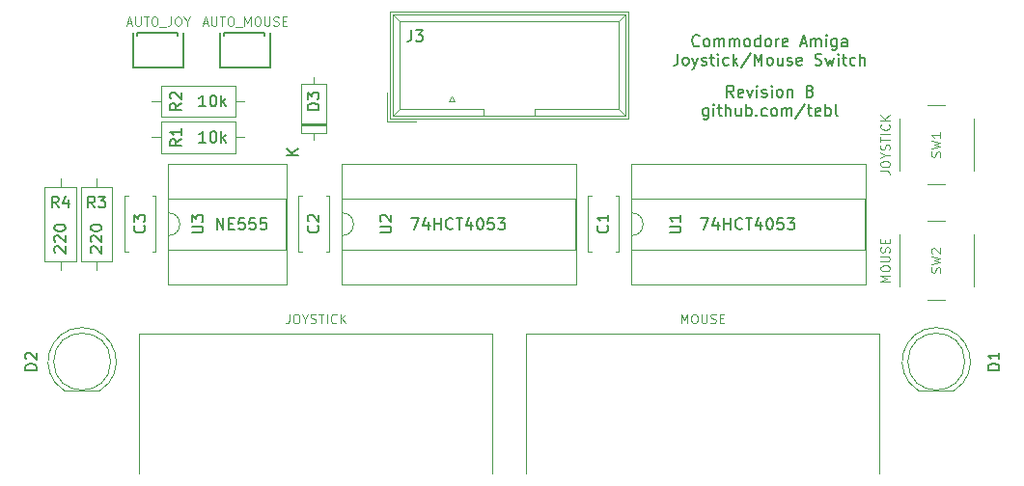
<source format=gto>
%TF.GenerationSoftware,KiCad,Pcbnew,(5.1.8)-1*%
%TF.CreationDate,2021-03-09T01:49:27+01:00*%
%TF.ProjectId,Amiga Mouse Switch,416d6967-6120-44d6-9f75-736520537769,rev?*%
%TF.SameCoordinates,Original*%
%TF.FileFunction,Legend,Top*%
%TF.FilePolarity,Positive*%
%FSLAX46Y46*%
G04 Gerber Fmt 4.6, Leading zero omitted, Abs format (unit mm)*
G04 Created by KiCad (PCBNEW (5.1.8)-1) date 2021-03-09 01:49:27*
%MOMM*%
%LPD*%
G01*
G04 APERTURE LIST*
%ADD10C,0.100000*%
%ADD11C,0.150000*%
%ADD12C,0.120000*%
G04 APERTURE END LIST*
D10*
X112846309Y-73158333D02*
X113227261Y-73158333D01*
X112770119Y-73386904D02*
X113036785Y-72586904D01*
X113303452Y-73386904D01*
X113570119Y-72586904D02*
X113570119Y-73234523D01*
X113608214Y-73310714D01*
X113646309Y-73348809D01*
X113722500Y-73386904D01*
X113874880Y-73386904D01*
X113951071Y-73348809D01*
X113989166Y-73310714D01*
X114027261Y-73234523D01*
X114027261Y-72586904D01*
X114293928Y-72586904D02*
X114751071Y-72586904D01*
X114522500Y-73386904D02*
X114522500Y-72586904D01*
X115170119Y-72586904D02*
X115322500Y-72586904D01*
X115398690Y-72625000D01*
X115474880Y-72701190D01*
X115512976Y-72853571D01*
X115512976Y-73120238D01*
X115474880Y-73272619D01*
X115398690Y-73348809D01*
X115322500Y-73386904D01*
X115170119Y-73386904D01*
X115093928Y-73348809D01*
X115017738Y-73272619D01*
X114979642Y-73120238D01*
X114979642Y-72853571D01*
X115017738Y-72701190D01*
X115093928Y-72625000D01*
X115170119Y-72586904D01*
X115665357Y-73463095D02*
X116274880Y-73463095D01*
X116465357Y-73386904D02*
X116465357Y-72586904D01*
X116732023Y-73158333D01*
X116998690Y-72586904D01*
X116998690Y-73386904D01*
X117532023Y-72586904D02*
X117684404Y-72586904D01*
X117760595Y-72625000D01*
X117836785Y-72701190D01*
X117874880Y-72853571D01*
X117874880Y-73120238D01*
X117836785Y-73272619D01*
X117760595Y-73348809D01*
X117684404Y-73386904D01*
X117532023Y-73386904D01*
X117455833Y-73348809D01*
X117379642Y-73272619D01*
X117341547Y-73120238D01*
X117341547Y-72853571D01*
X117379642Y-72701190D01*
X117455833Y-72625000D01*
X117532023Y-72586904D01*
X118217738Y-72586904D02*
X118217738Y-73234523D01*
X118255833Y-73310714D01*
X118293928Y-73348809D01*
X118370119Y-73386904D01*
X118522500Y-73386904D01*
X118598690Y-73348809D01*
X118636785Y-73310714D01*
X118674880Y-73234523D01*
X118674880Y-72586904D01*
X119017738Y-73348809D02*
X119132023Y-73386904D01*
X119322500Y-73386904D01*
X119398690Y-73348809D01*
X119436785Y-73310714D01*
X119474880Y-73234523D01*
X119474880Y-73158333D01*
X119436785Y-73082142D01*
X119398690Y-73044047D01*
X119322500Y-73005952D01*
X119170119Y-72967857D01*
X119093928Y-72929761D01*
X119055833Y-72891666D01*
X119017738Y-72815476D01*
X119017738Y-72739285D01*
X119055833Y-72663095D01*
X119093928Y-72625000D01*
X119170119Y-72586904D01*
X119360595Y-72586904D01*
X119474880Y-72625000D01*
X119817738Y-72967857D02*
X120084404Y-72967857D01*
X120198690Y-73386904D02*
X119817738Y-73386904D01*
X119817738Y-72586904D01*
X120198690Y-72586904D01*
X106197738Y-73158333D02*
X106578690Y-73158333D01*
X106121547Y-73386904D02*
X106388214Y-72586904D01*
X106654880Y-73386904D01*
X106921547Y-72586904D02*
X106921547Y-73234523D01*
X106959642Y-73310714D01*
X106997738Y-73348809D01*
X107073928Y-73386904D01*
X107226309Y-73386904D01*
X107302500Y-73348809D01*
X107340595Y-73310714D01*
X107378690Y-73234523D01*
X107378690Y-72586904D01*
X107645357Y-72586904D02*
X108102500Y-72586904D01*
X107873928Y-73386904D02*
X107873928Y-72586904D01*
X108521547Y-72586904D02*
X108673928Y-72586904D01*
X108750119Y-72625000D01*
X108826309Y-72701190D01*
X108864404Y-72853571D01*
X108864404Y-73120238D01*
X108826309Y-73272619D01*
X108750119Y-73348809D01*
X108673928Y-73386904D01*
X108521547Y-73386904D01*
X108445357Y-73348809D01*
X108369166Y-73272619D01*
X108331071Y-73120238D01*
X108331071Y-72853571D01*
X108369166Y-72701190D01*
X108445357Y-72625000D01*
X108521547Y-72586904D01*
X109016785Y-73463095D02*
X109626309Y-73463095D01*
X110045357Y-72586904D02*
X110045357Y-73158333D01*
X110007261Y-73272619D01*
X109931071Y-73348809D01*
X109816785Y-73386904D01*
X109740595Y-73386904D01*
X110578690Y-72586904D02*
X110731071Y-72586904D01*
X110807261Y-72625000D01*
X110883452Y-72701190D01*
X110921547Y-72853571D01*
X110921547Y-73120238D01*
X110883452Y-73272619D01*
X110807261Y-73348809D01*
X110731071Y-73386904D01*
X110578690Y-73386904D01*
X110502500Y-73348809D01*
X110426309Y-73272619D01*
X110388214Y-73120238D01*
X110388214Y-72853571D01*
X110426309Y-72701190D01*
X110502500Y-72625000D01*
X110578690Y-72586904D01*
X111416785Y-73005952D02*
X111416785Y-73386904D01*
X111150119Y-72586904D02*
X111416785Y-73005952D01*
X111683452Y-72586904D01*
X172281904Y-86143809D02*
X172853333Y-86143809D01*
X172967619Y-86181904D01*
X173043809Y-86258095D01*
X173081904Y-86372380D01*
X173081904Y-86448571D01*
X172281904Y-85610476D02*
X172281904Y-85458095D01*
X172320000Y-85381904D01*
X172396190Y-85305714D01*
X172548571Y-85267619D01*
X172815238Y-85267619D01*
X172967619Y-85305714D01*
X173043809Y-85381904D01*
X173081904Y-85458095D01*
X173081904Y-85610476D01*
X173043809Y-85686666D01*
X172967619Y-85762857D01*
X172815238Y-85800952D01*
X172548571Y-85800952D01*
X172396190Y-85762857D01*
X172320000Y-85686666D01*
X172281904Y-85610476D01*
X172700952Y-84772380D02*
X173081904Y-84772380D01*
X172281904Y-85039047D02*
X172700952Y-84772380D01*
X172281904Y-84505714D01*
X173043809Y-84277142D02*
X173081904Y-84162857D01*
X173081904Y-83972380D01*
X173043809Y-83896190D01*
X173005714Y-83858095D01*
X172929523Y-83820000D01*
X172853333Y-83820000D01*
X172777142Y-83858095D01*
X172739047Y-83896190D01*
X172700952Y-83972380D01*
X172662857Y-84124761D01*
X172624761Y-84200952D01*
X172586666Y-84239047D01*
X172510476Y-84277142D01*
X172434285Y-84277142D01*
X172358095Y-84239047D01*
X172320000Y-84200952D01*
X172281904Y-84124761D01*
X172281904Y-83934285D01*
X172320000Y-83820000D01*
X172281904Y-83591428D02*
X172281904Y-83134285D01*
X173081904Y-83362857D02*
X172281904Y-83362857D01*
X173081904Y-82867619D02*
X172281904Y-82867619D01*
X173005714Y-82029523D02*
X173043809Y-82067619D01*
X173081904Y-82181904D01*
X173081904Y-82258095D01*
X173043809Y-82372380D01*
X172967619Y-82448571D01*
X172891428Y-82486666D01*
X172739047Y-82524761D01*
X172624761Y-82524761D01*
X172472380Y-82486666D01*
X172396190Y-82448571D01*
X172320000Y-82372380D01*
X172281904Y-82258095D01*
X172281904Y-82181904D01*
X172320000Y-82067619D01*
X172358095Y-82029523D01*
X173081904Y-81686666D02*
X172281904Y-81686666D01*
X173081904Y-81229523D02*
X172624761Y-81572380D01*
X172281904Y-81229523D02*
X172739047Y-81686666D01*
X173081904Y-95827619D02*
X172281904Y-95827619D01*
X172853333Y-95560952D01*
X172281904Y-95294285D01*
X173081904Y-95294285D01*
X172281904Y-94760952D02*
X172281904Y-94608571D01*
X172320000Y-94532380D01*
X172396190Y-94456190D01*
X172548571Y-94418095D01*
X172815238Y-94418095D01*
X172967619Y-94456190D01*
X173043809Y-94532380D01*
X173081904Y-94608571D01*
X173081904Y-94760952D01*
X173043809Y-94837142D01*
X172967619Y-94913333D01*
X172815238Y-94951428D01*
X172548571Y-94951428D01*
X172396190Y-94913333D01*
X172320000Y-94837142D01*
X172281904Y-94760952D01*
X172281904Y-94075238D02*
X172929523Y-94075238D01*
X173005714Y-94037142D01*
X173043809Y-93999047D01*
X173081904Y-93922857D01*
X173081904Y-93770476D01*
X173043809Y-93694285D01*
X173005714Y-93656190D01*
X172929523Y-93618095D01*
X172281904Y-93618095D01*
X173043809Y-93275238D02*
X173081904Y-93160952D01*
X173081904Y-92970476D01*
X173043809Y-92894285D01*
X173005714Y-92856190D01*
X172929523Y-92818095D01*
X172853333Y-92818095D01*
X172777142Y-92856190D01*
X172739047Y-92894285D01*
X172700952Y-92970476D01*
X172662857Y-93122857D01*
X172624761Y-93199047D01*
X172586666Y-93237142D01*
X172510476Y-93275238D01*
X172434285Y-93275238D01*
X172358095Y-93237142D01*
X172320000Y-93199047D01*
X172281904Y-93122857D01*
X172281904Y-92932380D01*
X172320000Y-92818095D01*
X172662857Y-92475238D02*
X172662857Y-92208571D01*
X173081904Y-92094285D02*
X173081904Y-92475238D01*
X172281904Y-92475238D01*
X172281904Y-92094285D01*
D11*
X159393333Y-79637380D02*
X159060000Y-79161190D01*
X158821904Y-79637380D02*
X158821904Y-78637380D01*
X159202857Y-78637380D01*
X159298095Y-78685000D01*
X159345714Y-78732619D01*
X159393333Y-78827857D01*
X159393333Y-78970714D01*
X159345714Y-79065952D01*
X159298095Y-79113571D01*
X159202857Y-79161190D01*
X158821904Y-79161190D01*
X160202857Y-79589761D02*
X160107619Y-79637380D01*
X159917142Y-79637380D01*
X159821904Y-79589761D01*
X159774285Y-79494523D01*
X159774285Y-79113571D01*
X159821904Y-79018333D01*
X159917142Y-78970714D01*
X160107619Y-78970714D01*
X160202857Y-79018333D01*
X160250476Y-79113571D01*
X160250476Y-79208809D01*
X159774285Y-79304047D01*
X160583809Y-78970714D02*
X160821904Y-79637380D01*
X161060000Y-78970714D01*
X161440952Y-79637380D02*
X161440952Y-78970714D01*
X161440952Y-78637380D02*
X161393333Y-78685000D01*
X161440952Y-78732619D01*
X161488571Y-78685000D01*
X161440952Y-78637380D01*
X161440952Y-78732619D01*
X161869523Y-79589761D02*
X161964761Y-79637380D01*
X162155238Y-79637380D01*
X162250476Y-79589761D01*
X162298095Y-79494523D01*
X162298095Y-79446904D01*
X162250476Y-79351666D01*
X162155238Y-79304047D01*
X162012380Y-79304047D01*
X161917142Y-79256428D01*
X161869523Y-79161190D01*
X161869523Y-79113571D01*
X161917142Y-79018333D01*
X162012380Y-78970714D01*
X162155238Y-78970714D01*
X162250476Y-79018333D01*
X162726666Y-79637380D02*
X162726666Y-78970714D01*
X162726666Y-78637380D02*
X162679047Y-78685000D01*
X162726666Y-78732619D01*
X162774285Y-78685000D01*
X162726666Y-78637380D01*
X162726666Y-78732619D01*
X163345714Y-79637380D02*
X163250476Y-79589761D01*
X163202857Y-79542142D01*
X163155238Y-79446904D01*
X163155238Y-79161190D01*
X163202857Y-79065952D01*
X163250476Y-79018333D01*
X163345714Y-78970714D01*
X163488571Y-78970714D01*
X163583809Y-79018333D01*
X163631428Y-79065952D01*
X163679047Y-79161190D01*
X163679047Y-79446904D01*
X163631428Y-79542142D01*
X163583809Y-79589761D01*
X163488571Y-79637380D01*
X163345714Y-79637380D01*
X164107619Y-78970714D02*
X164107619Y-79637380D01*
X164107619Y-79065952D02*
X164155238Y-79018333D01*
X164250476Y-78970714D01*
X164393333Y-78970714D01*
X164488571Y-79018333D01*
X164536190Y-79113571D01*
X164536190Y-79637380D01*
X166107619Y-79113571D02*
X166250476Y-79161190D01*
X166298095Y-79208809D01*
X166345714Y-79304047D01*
X166345714Y-79446904D01*
X166298095Y-79542142D01*
X166250476Y-79589761D01*
X166155238Y-79637380D01*
X165774285Y-79637380D01*
X165774285Y-78637380D01*
X166107619Y-78637380D01*
X166202857Y-78685000D01*
X166250476Y-78732619D01*
X166298095Y-78827857D01*
X166298095Y-78923095D01*
X166250476Y-79018333D01*
X166202857Y-79065952D01*
X166107619Y-79113571D01*
X165774285Y-79113571D01*
X157155238Y-80620714D02*
X157155238Y-81430238D01*
X157107619Y-81525476D01*
X157060000Y-81573095D01*
X156964761Y-81620714D01*
X156821904Y-81620714D01*
X156726666Y-81573095D01*
X157155238Y-81239761D02*
X157060000Y-81287380D01*
X156869523Y-81287380D01*
X156774285Y-81239761D01*
X156726666Y-81192142D01*
X156679047Y-81096904D01*
X156679047Y-80811190D01*
X156726666Y-80715952D01*
X156774285Y-80668333D01*
X156869523Y-80620714D01*
X157060000Y-80620714D01*
X157155238Y-80668333D01*
X157631428Y-81287380D02*
X157631428Y-80620714D01*
X157631428Y-80287380D02*
X157583809Y-80335000D01*
X157631428Y-80382619D01*
X157679047Y-80335000D01*
X157631428Y-80287380D01*
X157631428Y-80382619D01*
X157964761Y-80620714D02*
X158345714Y-80620714D01*
X158107619Y-80287380D02*
X158107619Y-81144523D01*
X158155238Y-81239761D01*
X158250476Y-81287380D01*
X158345714Y-81287380D01*
X158679047Y-81287380D02*
X158679047Y-80287380D01*
X159107619Y-81287380D02*
X159107619Y-80763571D01*
X159060000Y-80668333D01*
X158964761Y-80620714D01*
X158821904Y-80620714D01*
X158726666Y-80668333D01*
X158679047Y-80715952D01*
X160012380Y-80620714D02*
X160012380Y-81287380D01*
X159583809Y-80620714D02*
X159583809Y-81144523D01*
X159631428Y-81239761D01*
X159726666Y-81287380D01*
X159869523Y-81287380D01*
X159964761Y-81239761D01*
X160012380Y-81192142D01*
X160488571Y-81287380D02*
X160488571Y-80287380D01*
X160488571Y-80668333D02*
X160583809Y-80620714D01*
X160774285Y-80620714D01*
X160869523Y-80668333D01*
X160917142Y-80715952D01*
X160964761Y-80811190D01*
X160964761Y-81096904D01*
X160917142Y-81192142D01*
X160869523Y-81239761D01*
X160774285Y-81287380D01*
X160583809Y-81287380D01*
X160488571Y-81239761D01*
X161393333Y-81192142D02*
X161440952Y-81239761D01*
X161393333Y-81287380D01*
X161345714Y-81239761D01*
X161393333Y-81192142D01*
X161393333Y-81287380D01*
X162298095Y-81239761D02*
X162202857Y-81287380D01*
X162012380Y-81287380D01*
X161917142Y-81239761D01*
X161869523Y-81192142D01*
X161821904Y-81096904D01*
X161821904Y-80811190D01*
X161869523Y-80715952D01*
X161917142Y-80668333D01*
X162012380Y-80620714D01*
X162202857Y-80620714D01*
X162298095Y-80668333D01*
X162869523Y-81287380D02*
X162774285Y-81239761D01*
X162726666Y-81192142D01*
X162679047Y-81096904D01*
X162679047Y-80811190D01*
X162726666Y-80715952D01*
X162774285Y-80668333D01*
X162869523Y-80620714D01*
X163012380Y-80620714D01*
X163107619Y-80668333D01*
X163155238Y-80715952D01*
X163202857Y-80811190D01*
X163202857Y-81096904D01*
X163155238Y-81192142D01*
X163107619Y-81239761D01*
X163012380Y-81287380D01*
X162869523Y-81287380D01*
X163631428Y-81287380D02*
X163631428Y-80620714D01*
X163631428Y-80715952D02*
X163679047Y-80668333D01*
X163774285Y-80620714D01*
X163917142Y-80620714D01*
X164012380Y-80668333D01*
X164060000Y-80763571D01*
X164060000Y-81287380D01*
X164060000Y-80763571D02*
X164107619Y-80668333D01*
X164202857Y-80620714D01*
X164345714Y-80620714D01*
X164440952Y-80668333D01*
X164488571Y-80763571D01*
X164488571Y-81287380D01*
X165679047Y-80239761D02*
X164821904Y-81525476D01*
X165869523Y-80620714D02*
X166250476Y-80620714D01*
X166012380Y-80287380D02*
X166012380Y-81144523D01*
X166060000Y-81239761D01*
X166155238Y-81287380D01*
X166250476Y-81287380D01*
X166964761Y-81239761D02*
X166869523Y-81287380D01*
X166679047Y-81287380D01*
X166583809Y-81239761D01*
X166536190Y-81144523D01*
X166536190Y-80763571D01*
X166583809Y-80668333D01*
X166679047Y-80620714D01*
X166869523Y-80620714D01*
X166964761Y-80668333D01*
X167012380Y-80763571D01*
X167012380Y-80858809D01*
X166536190Y-80954047D01*
X167440952Y-81287380D02*
X167440952Y-80287380D01*
X167440952Y-80668333D02*
X167536190Y-80620714D01*
X167726666Y-80620714D01*
X167821904Y-80668333D01*
X167869523Y-80715952D01*
X167917142Y-80811190D01*
X167917142Y-81096904D01*
X167869523Y-81192142D01*
X167821904Y-81239761D01*
X167726666Y-81287380D01*
X167536190Y-81287380D01*
X167440952Y-81239761D01*
X168488571Y-81287380D02*
X168393333Y-81239761D01*
X168345714Y-81144523D01*
X168345714Y-80287380D01*
X156369523Y-75097142D02*
X156321904Y-75144761D01*
X156179047Y-75192380D01*
X156083809Y-75192380D01*
X155940952Y-75144761D01*
X155845714Y-75049523D01*
X155798095Y-74954285D01*
X155750476Y-74763809D01*
X155750476Y-74620952D01*
X155798095Y-74430476D01*
X155845714Y-74335238D01*
X155940952Y-74240000D01*
X156083809Y-74192380D01*
X156179047Y-74192380D01*
X156321904Y-74240000D01*
X156369523Y-74287619D01*
X156940952Y-75192380D02*
X156845714Y-75144761D01*
X156798095Y-75097142D01*
X156750476Y-75001904D01*
X156750476Y-74716190D01*
X156798095Y-74620952D01*
X156845714Y-74573333D01*
X156940952Y-74525714D01*
X157083809Y-74525714D01*
X157179047Y-74573333D01*
X157226666Y-74620952D01*
X157274285Y-74716190D01*
X157274285Y-75001904D01*
X157226666Y-75097142D01*
X157179047Y-75144761D01*
X157083809Y-75192380D01*
X156940952Y-75192380D01*
X157702857Y-75192380D02*
X157702857Y-74525714D01*
X157702857Y-74620952D02*
X157750476Y-74573333D01*
X157845714Y-74525714D01*
X157988571Y-74525714D01*
X158083809Y-74573333D01*
X158131428Y-74668571D01*
X158131428Y-75192380D01*
X158131428Y-74668571D02*
X158179047Y-74573333D01*
X158274285Y-74525714D01*
X158417142Y-74525714D01*
X158512380Y-74573333D01*
X158560000Y-74668571D01*
X158560000Y-75192380D01*
X159036190Y-75192380D02*
X159036190Y-74525714D01*
X159036190Y-74620952D02*
X159083809Y-74573333D01*
X159179047Y-74525714D01*
X159321904Y-74525714D01*
X159417142Y-74573333D01*
X159464761Y-74668571D01*
X159464761Y-75192380D01*
X159464761Y-74668571D02*
X159512380Y-74573333D01*
X159607619Y-74525714D01*
X159750476Y-74525714D01*
X159845714Y-74573333D01*
X159893333Y-74668571D01*
X159893333Y-75192380D01*
X160512380Y-75192380D02*
X160417142Y-75144761D01*
X160369523Y-75097142D01*
X160321904Y-75001904D01*
X160321904Y-74716190D01*
X160369523Y-74620952D01*
X160417142Y-74573333D01*
X160512380Y-74525714D01*
X160655238Y-74525714D01*
X160750476Y-74573333D01*
X160798095Y-74620952D01*
X160845714Y-74716190D01*
X160845714Y-75001904D01*
X160798095Y-75097142D01*
X160750476Y-75144761D01*
X160655238Y-75192380D01*
X160512380Y-75192380D01*
X161702857Y-75192380D02*
X161702857Y-74192380D01*
X161702857Y-75144761D02*
X161607619Y-75192380D01*
X161417142Y-75192380D01*
X161321904Y-75144761D01*
X161274285Y-75097142D01*
X161226666Y-75001904D01*
X161226666Y-74716190D01*
X161274285Y-74620952D01*
X161321904Y-74573333D01*
X161417142Y-74525714D01*
X161607619Y-74525714D01*
X161702857Y-74573333D01*
X162321904Y-75192380D02*
X162226666Y-75144761D01*
X162179047Y-75097142D01*
X162131428Y-75001904D01*
X162131428Y-74716190D01*
X162179047Y-74620952D01*
X162226666Y-74573333D01*
X162321904Y-74525714D01*
X162464761Y-74525714D01*
X162560000Y-74573333D01*
X162607619Y-74620952D01*
X162655238Y-74716190D01*
X162655238Y-75001904D01*
X162607619Y-75097142D01*
X162560000Y-75144761D01*
X162464761Y-75192380D01*
X162321904Y-75192380D01*
X163083809Y-75192380D02*
X163083809Y-74525714D01*
X163083809Y-74716190D02*
X163131428Y-74620952D01*
X163179047Y-74573333D01*
X163274285Y-74525714D01*
X163369523Y-74525714D01*
X164083809Y-75144761D02*
X163988571Y-75192380D01*
X163798095Y-75192380D01*
X163702857Y-75144761D01*
X163655238Y-75049523D01*
X163655238Y-74668571D01*
X163702857Y-74573333D01*
X163798095Y-74525714D01*
X163988571Y-74525714D01*
X164083809Y-74573333D01*
X164131428Y-74668571D01*
X164131428Y-74763809D01*
X163655238Y-74859047D01*
X165274285Y-74906666D02*
X165750476Y-74906666D01*
X165179047Y-75192380D02*
X165512380Y-74192380D01*
X165845714Y-75192380D01*
X166179047Y-75192380D02*
X166179047Y-74525714D01*
X166179047Y-74620952D02*
X166226666Y-74573333D01*
X166321904Y-74525714D01*
X166464761Y-74525714D01*
X166560000Y-74573333D01*
X166607619Y-74668571D01*
X166607619Y-75192380D01*
X166607619Y-74668571D02*
X166655238Y-74573333D01*
X166750476Y-74525714D01*
X166893333Y-74525714D01*
X166988571Y-74573333D01*
X167036190Y-74668571D01*
X167036190Y-75192380D01*
X167512380Y-75192380D02*
X167512380Y-74525714D01*
X167512380Y-74192380D02*
X167464761Y-74240000D01*
X167512380Y-74287619D01*
X167560000Y-74240000D01*
X167512380Y-74192380D01*
X167512380Y-74287619D01*
X168417142Y-74525714D02*
X168417142Y-75335238D01*
X168369523Y-75430476D01*
X168321904Y-75478095D01*
X168226666Y-75525714D01*
X168083809Y-75525714D01*
X167988571Y-75478095D01*
X168417142Y-75144761D02*
X168321904Y-75192380D01*
X168131428Y-75192380D01*
X168036190Y-75144761D01*
X167988571Y-75097142D01*
X167940952Y-75001904D01*
X167940952Y-74716190D01*
X167988571Y-74620952D01*
X168036190Y-74573333D01*
X168131428Y-74525714D01*
X168321904Y-74525714D01*
X168417142Y-74573333D01*
X169321904Y-75192380D02*
X169321904Y-74668571D01*
X169274285Y-74573333D01*
X169179047Y-74525714D01*
X168988571Y-74525714D01*
X168893333Y-74573333D01*
X169321904Y-75144761D02*
X169226666Y-75192380D01*
X168988571Y-75192380D01*
X168893333Y-75144761D01*
X168845714Y-75049523D01*
X168845714Y-74954285D01*
X168893333Y-74859047D01*
X168988571Y-74811428D01*
X169226666Y-74811428D01*
X169321904Y-74763809D01*
X154488571Y-75842380D02*
X154488571Y-76556666D01*
X154440952Y-76699523D01*
X154345714Y-76794761D01*
X154202857Y-76842380D01*
X154107619Y-76842380D01*
X155107619Y-76842380D02*
X155012380Y-76794761D01*
X154964761Y-76747142D01*
X154917142Y-76651904D01*
X154917142Y-76366190D01*
X154964761Y-76270952D01*
X155012380Y-76223333D01*
X155107619Y-76175714D01*
X155250476Y-76175714D01*
X155345714Y-76223333D01*
X155393333Y-76270952D01*
X155440952Y-76366190D01*
X155440952Y-76651904D01*
X155393333Y-76747142D01*
X155345714Y-76794761D01*
X155250476Y-76842380D01*
X155107619Y-76842380D01*
X155774285Y-76175714D02*
X156012380Y-76842380D01*
X156250476Y-76175714D02*
X156012380Y-76842380D01*
X155917142Y-77080476D01*
X155869523Y-77128095D01*
X155774285Y-77175714D01*
X156583809Y-76794761D02*
X156679047Y-76842380D01*
X156869523Y-76842380D01*
X156964761Y-76794761D01*
X157012380Y-76699523D01*
X157012380Y-76651904D01*
X156964761Y-76556666D01*
X156869523Y-76509047D01*
X156726666Y-76509047D01*
X156631428Y-76461428D01*
X156583809Y-76366190D01*
X156583809Y-76318571D01*
X156631428Y-76223333D01*
X156726666Y-76175714D01*
X156869523Y-76175714D01*
X156964761Y-76223333D01*
X157298095Y-76175714D02*
X157679047Y-76175714D01*
X157440952Y-75842380D02*
X157440952Y-76699523D01*
X157488571Y-76794761D01*
X157583809Y-76842380D01*
X157679047Y-76842380D01*
X158012380Y-76842380D02*
X158012380Y-76175714D01*
X158012380Y-75842380D02*
X157964761Y-75890000D01*
X158012380Y-75937619D01*
X158060000Y-75890000D01*
X158012380Y-75842380D01*
X158012380Y-75937619D01*
X158917142Y-76794761D02*
X158821904Y-76842380D01*
X158631428Y-76842380D01*
X158536190Y-76794761D01*
X158488571Y-76747142D01*
X158440952Y-76651904D01*
X158440952Y-76366190D01*
X158488571Y-76270952D01*
X158536190Y-76223333D01*
X158631428Y-76175714D01*
X158821904Y-76175714D01*
X158917142Y-76223333D01*
X159345714Y-76842380D02*
X159345714Y-75842380D01*
X159440952Y-76461428D02*
X159726666Y-76842380D01*
X159726666Y-76175714D02*
X159345714Y-76556666D01*
X160869523Y-75794761D02*
X160012380Y-77080476D01*
X161202857Y-76842380D02*
X161202857Y-75842380D01*
X161536190Y-76556666D01*
X161869523Y-75842380D01*
X161869523Y-76842380D01*
X162488571Y-76842380D02*
X162393333Y-76794761D01*
X162345714Y-76747142D01*
X162298095Y-76651904D01*
X162298095Y-76366190D01*
X162345714Y-76270952D01*
X162393333Y-76223333D01*
X162488571Y-76175714D01*
X162631428Y-76175714D01*
X162726666Y-76223333D01*
X162774285Y-76270952D01*
X162821904Y-76366190D01*
X162821904Y-76651904D01*
X162774285Y-76747142D01*
X162726666Y-76794761D01*
X162631428Y-76842380D01*
X162488571Y-76842380D01*
X163679047Y-76175714D02*
X163679047Y-76842380D01*
X163250476Y-76175714D02*
X163250476Y-76699523D01*
X163298095Y-76794761D01*
X163393333Y-76842380D01*
X163536190Y-76842380D01*
X163631428Y-76794761D01*
X163679047Y-76747142D01*
X164107619Y-76794761D02*
X164202857Y-76842380D01*
X164393333Y-76842380D01*
X164488571Y-76794761D01*
X164536190Y-76699523D01*
X164536190Y-76651904D01*
X164488571Y-76556666D01*
X164393333Y-76509047D01*
X164250476Y-76509047D01*
X164155238Y-76461428D01*
X164107619Y-76366190D01*
X164107619Y-76318571D01*
X164155238Y-76223333D01*
X164250476Y-76175714D01*
X164393333Y-76175714D01*
X164488571Y-76223333D01*
X165345714Y-76794761D02*
X165250476Y-76842380D01*
X165060000Y-76842380D01*
X164964761Y-76794761D01*
X164917142Y-76699523D01*
X164917142Y-76318571D01*
X164964761Y-76223333D01*
X165060000Y-76175714D01*
X165250476Y-76175714D01*
X165345714Y-76223333D01*
X165393333Y-76318571D01*
X165393333Y-76413809D01*
X164917142Y-76509047D01*
X166536190Y-76794761D02*
X166679047Y-76842380D01*
X166917142Y-76842380D01*
X167012380Y-76794761D01*
X167060000Y-76747142D01*
X167107619Y-76651904D01*
X167107619Y-76556666D01*
X167060000Y-76461428D01*
X167012380Y-76413809D01*
X166917142Y-76366190D01*
X166726666Y-76318571D01*
X166631428Y-76270952D01*
X166583809Y-76223333D01*
X166536190Y-76128095D01*
X166536190Y-76032857D01*
X166583809Y-75937619D01*
X166631428Y-75890000D01*
X166726666Y-75842380D01*
X166964761Y-75842380D01*
X167107619Y-75890000D01*
X167440952Y-76175714D02*
X167631428Y-76842380D01*
X167821904Y-76366190D01*
X168012380Y-76842380D01*
X168202857Y-76175714D01*
X168583809Y-76842380D02*
X168583809Y-76175714D01*
X168583809Y-75842380D02*
X168536190Y-75890000D01*
X168583809Y-75937619D01*
X168631428Y-75890000D01*
X168583809Y-75842380D01*
X168583809Y-75937619D01*
X168917142Y-76175714D02*
X169298095Y-76175714D01*
X169060000Y-75842380D02*
X169060000Y-76699523D01*
X169107619Y-76794761D01*
X169202857Y-76842380D01*
X169298095Y-76842380D01*
X170060000Y-76794761D02*
X169964761Y-76842380D01*
X169774285Y-76842380D01*
X169679047Y-76794761D01*
X169631428Y-76747142D01*
X169583809Y-76651904D01*
X169583809Y-76366190D01*
X169631428Y-76270952D01*
X169679047Y-76223333D01*
X169774285Y-76175714D01*
X169964761Y-76175714D01*
X170060000Y-76223333D01*
X170488571Y-76842380D02*
X170488571Y-75842380D01*
X170917142Y-76842380D02*
X170917142Y-76318571D01*
X170869523Y-76223333D01*
X170774285Y-76175714D01*
X170631428Y-76175714D01*
X170536190Y-76223333D01*
X170488571Y-76270952D01*
D10*
X154806880Y-99485404D02*
X154806880Y-98685404D01*
X155073547Y-99256833D01*
X155340214Y-98685404D01*
X155340214Y-99485404D01*
X155873547Y-98685404D02*
X156025928Y-98685404D01*
X156102119Y-98723500D01*
X156178309Y-98799690D01*
X156216404Y-98952071D01*
X156216404Y-99218738D01*
X156178309Y-99371119D01*
X156102119Y-99447309D01*
X156025928Y-99485404D01*
X155873547Y-99485404D01*
X155797357Y-99447309D01*
X155721166Y-99371119D01*
X155683071Y-99218738D01*
X155683071Y-98952071D01*
X155721166Y-98799690D01*
X155797357Y-98723500D01*
X155873547Y-98685404D01*
X156559261Y-98685404D02*
X156559261Y-99333023D01*
X156597357Y-99409214D01*
X156635452Y-99447309D01*
X156711642Y-99485404D01*
X156864023Y-99485404D01*
X156940214Y-99447309D01*
X156978309Y-99409214D01*
X157016404Y-99333023D01*
X157016404Y-98685404D01*
X157359261Y-99447309D02*
X157473547Y-99485404D01*
X157664023Y-99485404D01*
X157740214Y-99447309D01*
X157778309Y-99409214D01*
X157816404Y-99333023D01*
X157816404Y-99256833D01*
X157778309Y-99180642D01*
X157740214Y-99142547D01*
X157664023Y-99104452D01*
X157511642Y-99066357D01*
X157435452Y-99028261D01*
X157397357Y-98990166D01*
X157359261Y-98913976D01*
X157359261Y-98837785D01*
X157397357Y-98761595D01*
X157435452Y-98723500D01*
X157511642Y-98685404D01*
X157702119Y-98685404D01*
X157816404Y-98723500D01*
X158159261Y-99066357D02*
X158425928Y-99066357D01*
X158540214Y-99485404D02*
X158159261Y-99485404D01*
X158159261Y-98685404D01*
X158540214Y-98685404D01*
X120421690Y-98685404D02*
X120421690Y-99256833D01*
X120383595Y-99371119D01*
X120307404Y-99447309D01*
X120193119Y-99485404D01*
X120116928Y-99485404D01*
X120955023Y-98685404D02*
X121107404Y-98685404D01*
X121183595Y-98723500D01*
X121259785Y-98799690D01*
X121297880Y-98952071D01*
X121297880Y-99218738D01*
X121259785Y-99371119D01*
X121183595Y-99447309D01*
X121107404Y-99485404D01*
X120955023Y-99485404D01*
X120878833Y-99447309D01*
X120802642Y-99371119D01*
X120764547Y-99218738D01*
X120764547Y-98952071D01*
X120802642Y-98799690D01*
X120878833Y-98723500D01*
X120955023Y-98685404D01*
X121793119Y-99104452D02*
X121793119Y-99485404D01*
X121526452Y-98685404D02*
X121793119Y-99104452D01*
X122059785Y-98685404D01*
X122288357Y-99447309D02*
X122402642Y-99485404D01*
X122593119Y-99485404D01*
X122669309Y-99447309D01*
X122707404Y-99409214D01*
X122745500Y-99333023D01*
X122745500Y-99256833D01*
X122707404Y-99180642D01*
X122669309Y-99142547D01*
X122593119Y-99104452D01*
X122440738Y-99066357D01*
X122364547Y-99028261D01*
X122326452Y-98990166D01*
X122288357Y-98913976D01*
X122288357Y-98837785D01*
X122326452Y-98761595D01*
X122364547Y-98723500D01*
X122440738Y-98685404D01*
X122631214Y-98685404D01*
X122745500Y-98723500D01*
X122974071Y-98685404D02*
X123431214Y-98685404D01*
X123202642Y-99485404D02*
X123202642Y-98685404D01*
X123697880Y-99485404D02*
X123697880Y-98685404D01*
X124535976Y-99409214D02*
X124497880Y-99447309D01*
X124383595Y-99485404D01*
X124307404Y-99485404D01*
X124193119Y-99447309D01*
X124116928Y-99371119D01*
X124078833Y-99294928D01*
X124040738Y-99142547D01*
X124040738Y-99028261D01*
X124078833Y-98875880D01*
X124116928Y-98799690D01*
X124193119Y-98723500D01*
X124307404Y-98685404D01*
X124383595Y-98685404D01*
X124497880Y-98723500D01*
X124535976Y-98761595D01*
X124878833Y-99485404D02*
X124878833Y-98685404D01*
X125335976Y-99485404D02*
X124993119Y-99028261D01*
X125335976Y-98685404D02*
X124878833Y-99142547D01*
D11*
%TO.C,JP2*%
X118745000Y-77089000D02*
X118745000Y-74041000D01*
X114681000Y-74295000D02*
X114681000Y-74041000D01*
X114300000Y-74041000D02*
X114300000Y-77089000D01*
X118237000Y-74041000D02*
X114681000Y-74041000D01*
X114300000Y-77089000D02*
X118745000Y-77089000D01*
X118237000Y-74295000D02*
X118237000Y-74041000D01*
D12*
%TO.C,C3*%
X108685000Y-88295000D02*
X108685000Y-93235000D01*
X105945000Y-88295000D02*
X105945000Y-93235000D01*
X108685000Y-88295000D02*
X108370000Y-88295000D01*
X106260000Y-88295000D02*
X105945000Y-88295000D01*
X108685000Y-93235000D02*
X108370000Y-93235000D01*
X106260000Y-93235000D02*
X105945000Y-93235000D01*
D10*
%TO.C,J3*%
X129520000Y-72410000D02*
X149880000Y-72410000D01*
X130060000Y-72960000D02*
X149320000Y-72960000D01*
X129520000Y-81260000D02*
X149880000Y-81260000D01*
X130060000Y-80710000D02*
X137450000Y-80710000D01*
X141950000Y-80710000D02*
X149320000Y-80710000D01*
X137450000Y-80710000D02*
X137450000Y-81260000D01*
X141950000Y-80710000D02*
X141950000Y-81260000D01*
X129520000Y-72410000D02*
X129520000Y-81260000D01*
X130060000Y-72960000D02*
X130060000Y-80710000D01*
X149880000Y-72410000D02*
X149880000Y-81260000D01*
X149320000Y-72960000D02*
X149320000Y-80710000D01*
X129520000Y-72410000D02*
X130060000Y-72960000D01*
X149880000Y-72410000D02*
X149320000Y-72960000D01*
X129520000Y-81260000D02*
X130060000Y-80710000D01*
X149880000Y-81260000D02*
X149320000Y-80710000D01*
D12*
X129270000Y-72160000D02*
X150130000Y-72160000D01*
X150130000Y-72160000D02*
X150130000Y-81510000D01*
X150130000Y-81510000D02*
X129270000Y-81510000D01*
X129270000Y-81510000D02*
X129270000Y-72160000D01*
X129020000Y-81760000D02*
X131560000Y-81760000D01*
X129020000Y-81760000D02*
X129020000Y-79220000D01*
X134683500Y-79557425D02*
X134933500Y-79990438D01*
X134433500Y-79990438D02*
X134683500Y-79557425D01*
X134933500Y-79990438D02*
X134433500Y-79990438D01*
%TO.C,C1*%
X149325000Y-88295000D02*
X149325000Y-93235000D01*
X146585000Y-88295000D02*
X146585000Y-93235000D01*
X149325000Y-88295000D02*
X149010000Y-88295000D01*
X146900000Y-88295000D02*
X146585000Y-88295000D01*
X149325000Y-93235000D02*
X149010000Y-93235000D01*
X146900000Y-93235000D02*
X146585000Y-93235000D01*
%TO.C,C2*%
X121500000Y-93235000D02*
X121185000Y-93235000D01*
X123925000Y-93235000D02*
X123610000Y-93235000D01*
X121500000Y-88295000D02*
X121185000Y-88295000D01*
X123925000Y-88295000D02*
X123610000Y-88295000D01*
X121185000Y-88295000D02*
X121185000Y-93235000D01*
X123925000Y-88295000D02*
X123925000Y-93235000D01*
%TO.C,D1*%
X175620000Y-105430000D02*
X178710000Y-105430000D01*
X179665000Y-102870000D02*
G75*
G03*
X179665000Y-102870000I-2500000J0D01*
G01*
X177164538Y-99880000D02*
G75*
G02*
X178709830Y-105430000I462J-2990000D01*
G01*
X177165462Y-99880000D02*
G75*
G03*
X175620170Y-105430000I-462J-2990000D01*
G01*
%TO.C,D2*%
X104735000Y-102870000D02*
G75*
G03*
X104735000Y-102870000I-2500000J0D01*
G01*
X100690000Y-105430000D02*
X103780000Y-105430000D01*
X102235462Y-99880000D02*
G75*
G03*
X100690170Y-105430000I-462J-2990000D01*
G01*
X102234538Y-99880000D02*
G75*
G02*
X103779830Y-105430000I462J-2990000D01*
G01*
%TO.C,J1*%
X138225000Y-100375000D02*
X138225000Y-112715000D01*
X107255000Y-100375000D02*
X138225000Y-100375000D01*
X107255000Y-112715000D02*
X107255000Y-100375000D01*
%TO.C,J2*%
X141185000Y-112715000D02*
X141185000Y-100375000D01*
X141185000Y-100375000D02*
X172155000Y-100375000D01*
X172155000Y-100375000D02*
X172155000Y-112715000D01*
D11*
%TO.C,JP1*%
X110617000Y-74295000D02*
X110617000Y-74041000D01*
X106680000Y-77089000D02*
X111125000Y-77089000D01*
X110617000Y-74041000D02*
X107061000Y-74041000D01*
X106680000Y-74041000D02*
X106680000Y-77089000D01*
X107061000Y-74295000D02*
X107061000Y-74041000D01*
X111125000Y-77089000D02*
X111125000Y-74041000D01*
D12*
%TO.C,R1*%
X108355000Y-83185000D02*
X109125000Y-83185000D01*
X116435000Y-83185000D02*
X115665000Y-83185000D01*
X109125000Y-84555000D02*
X115665000Y-84555000D01*
X109125000Y-81815000D02*
X109125000Y-84555000D01*
X115665000Y-81815000D02*
X109125000Y-81815000D01*
X115665000Y-84555000D02*
X115665000Y-81815000D01*
%TO.C,R2*%
X115665000Y-81380000D02*
X115665000Y-78640000D01*
X115665000Y-78640000D02*
X109125000Y-78640000D01*
X109125000Y-78640000D02*
X109125000Y-81380000D01*
X109125000Y-81380000D02*
X115665000Y-81380000D01*
X116435000Y-80010000D02*
X115665000Y-80010000D01*
X108355000Y-80010000D02*
X109125000Y-80010000D01*
%TO.C,R3*%
X103505000Y-86765000D02*
X103505000Y-87535000D01*
X103505000Y-94845000D02*
X103505000Y-94075000D01*
X102135000Y-87535000D02*
X102135000Y-94075000D01*
X104875000Y-87535000D02*
X102135000Y-87535000D01*
X104875000Y-94075000D02*
X104875000Y-87535000D01*
X102135000Y-94075000D02*
X104875000Y-94075000D01*
%TO.C,R4*%
X101700000Y-87535000D02*
X98960000Y-87535000D01*
X98960000Y-87535000D02*
X98960000Y-94075000D01*
X98960000Y-94075000D02*
X101700000Y-94075000D01*
X101700000Y-94075000D02*
X101700000Y-87535000D01*
X100330000Y-86765000D02*
X100330000Y-87535000D01*
X100330000Y-94845000D02*
X100330000Y-94075000D01*
%TO.C,U1*%
X150375000Y-85555000D02*
X150375000Y-96055000D01*
X170935000Y-85555000D02*
X150375000Y-85555000D01*
X170935000Y-96055000D02*
X170935000Y-85555000D01*
X150375000Y-96055000D02*
X170935000Y-96055000D01*
X150435000Y-88555000D02*
X150435000Y-89805000D01*
X170875000Y-88555000D02*
X150435000Y-88555000D01*
X170875000Y-93055000D02*
X170875000Y-88555000D01*
X150435000Y-93055000D02*
X170875000Y-93055000D01*
X150435000Y-91805000D02*
X150435000Y-93055000D01*
X150435000Y-89805000D02*
G75*
G02*
X150435000Y-91805000I0J-1000000D01*
G01*
%TO.C,U2*%
X125035000Y-91805000D02*
X125035000Y-93055000D01*
X125035000Y-93055000D02*
X145475000Y-93055000D01*
X145475000Y-93055000D02*
X145475000Y-88555000D01*
X145475000Y-88555000D02*
X125035000Y-88555000D01*
X125035000Y-88555000D02*
X125035000Y-89805000D01*
X124975000Y-96055000D02*
X145535000Y-96055000D01*
X145535000Y-96055000D02*
X145535000Y-85555000D01*
X145535000Y-85555000D02*
X124975000Y-85555000D01*
X124975000Y-85555000D02*
X124975000Y-96055000D01*
X125035000Y-89805000D02*
G75*
G02*
X125035000Y-91805000I0J-1000000D01*
G01*
%TO.C,U3*%
X109795000Y-91805000D02*
X109795000Y-93055000D01*
X109795000Y-93055000D02*
X120075000Y-93055000D01*
X120075000Y-93055000D02*
X120075000Y-88555000D01*
X120075000Y-88555000D02*
X109795000Y-88555000D01*
X109795000Y-88555000D02*
X109795000Y-89805000D01*
X109735000Y-96055000D02*
X120135000Y-96055000D01*
X120135000Y-96055000D02*
X120135000Y-85555000D01*
X120135000Y-85555000D02*
X109735000Y-85555000D01*
X109735000Y-85555000D02*
X109735000Y-96055000D01*
X109795000Y-89805000D02*
G75*
G02*
X109795000Y-91805000I0J-1000000D01*
G01*
%TO.C,SW1*%
X177915000Y-80320000D02*
X176415000Y-80320000D01*
X173915000Y-81570000D02*
X173915000Y-86070000D01*
X176415000Y-87320000D02*
X177915000Y-87320000D01*
X180415000Y-86070000D02*
X180415000Y-81570000D01*
%TO.C,SW2*%
X180415000Y-96230000D02*
X180415000Y-91730000D01*
X176415000Y-97480000D02*
X177915000Y-97480000D01*
X173915000Y-91730000D02*
X173915000Y-96230000D01*
X177915000Y-90480000D02*
X176415000Y-90480000D01*
%TO.C,D3*%
X121435000Y-82165000D02*
X123675000Y-82165000D01*
X121435000Y-81925000D02*
X123675000Y-81925000D01*
X121435000Y-82045000D02*
X123675000Y-82045000D01*
X122555000Y-77875000D02*
X122555000Y-78525000D01*
X122555000Y-83415000D02*
X122555000Y-82765000D01*
X121435000Y-78525000D02*
X121435000Y-82765000D01*
X123675000Y-78525000D02*
X121435000Y-78525000D01*
X123675000Y-82765000D02*
X123675000Y-78525000D01*
X121435000Y-82765000D02*
X123675000Y-82765000D01*
%TO.C,C3*%
D11*
X107672142Y-90931666D02*
X107719761Y-90979285D01*
X107767380Y-91122142D01*
X107767380Y-91217380D01*
X107719761Y-91360238D01*
X107624523Y-91455476D01*
X107529285Y-91503095D01*
X107338809Y-91550714D01*
X107195952Y-91550714D01*
X107005476Y-91503095D01*
X106910238Y-91455476D01*
X106815000Y-91360238D01*
X106767380Y-91217380D01*
X106767380Y-91122142D01*
X106815000Y-90979285D01*
X106862619Y-90931666D01*
X106767380Y-90598333D02*
X106767380Y-89979285D01*
X107148333Y-90312619D01*
X107148333Y-90169761D01*
X107195952Y-90074523D01*
X107243571Y-90026904D01*
X107338809Y-89979285D01*
X107576904Y-89979285D01*
X107672142Y-90026904D01*
X107719761Y-90074523D01*
X107767380Y-90169761D01*
X107767380Y-90455476D01*
X107719761Y-90550714D01*
X107672142Y-90598333D01*
%TO.C,J3*%
X131111666Y-73747380D02*
X131111666Y-74461666D01*
X131064047Y-74604523D01*
X130968809Y-74699761D01*
X130825952Y-74747380D01*
X130730714Y-74747380D01*
X131492619Y-73747380D02*
X132111666Y-73747380D01*
X131778333Y-74128333D01*
X131921190Y-74128333D01*
X132016428Y-74175952D01*
X132064047Y-74223571D01*
X132111666Y-74318809D01*
X132111666Y-74556904D01*
X132064047Y-74652142D01*
X132016428Y-74699761D01*
X131921190Y-74747380D01*
X131635476Y-74747380D01*
X131540238Y-74699761D01*
X131492619Y-74652142D01*
%TO.C,C1*%
X148312142Y-90931666D02*
X148359761Y-90979285D01*
X148407380Y-91122142D01*
X148407380Y-91217380D01*
X148359761Y-91360238D01*
X148264523Y-91455476D01*
X148169285Y-91503095D01*
X147978809Y-91550714D01*
X147835952Y-91550714D01*
X147645476Y-91503095D01*
X147550238Y-91455476D01*
X147455000Y-91360238D01*
X147407380Y-91217380D01*
X147407380Y-91122142D01*
X147455000Y-90979285D01*
X147502619Y-90931666D01*
X148407380Y-89979285D02*
X148407380Y-90550714D01*
X148407380Y-90265000D02*
X147407380Y-90265000D01*
X147550238Y-90360238D01*
X147645476Y-90455476D01*
X147693095Y-90550714D01*
%TO.C,C2*%
X122912142Y-90931666D02*
X122959761Y-90979285D01*
X123007380Y-91122142D01*
X123007380Y-91217380D01*
X122959761Y-91360238D01*
X122864523Y-91455476D01*
X122769285Y-91503095D01*
X122578809Y-91550714D01*
X122435952Y-91550714D01*
X122245476Y-91503095D01*
X122150238Y-91455476D01*
X122055000Y-91360238D01*
X122007380Y-91217380D01*
X122007380Y-91122142D01*
X122055000Y-90979285D01*
X122102619Y-90931666D01*
X122102619Y-90550714D02*
X122055000Y-90503095D01*
X122007380Y-90407857D01*
X122007380Y-90169761D01*
X122055000Y-90074523D01*
X122102619Y-90026904D01*
X122197857Y-89979285D01*
X122293095Y-89979285D01*
X122435952Y-90026904D01*
X123007380Y-90598333D01*
X123007380Y-89979285D01*
%TO.C,D1*%
X182697380Y-103608095D02*
X181697380Y-103608095D01*
X181697380Y-103370000D01*
X181745000Y-103227142D01*
X181840238Y-103131904D01*
X181935476Y-103084285D01*
X182125952Y-103036666D01*
X182268809Y-103036666D01*
X182459285Y-103084285D01*
X182554523Y-103131904D01*
X182649761Y-103227142D01*
X182697380Y-103370000D01*
X182697380Y-103608095D01*
X182697380Y-102084285D02*
X182697380Y-102655714D01*
X182697380Y-102370000D02*
X181697380Y-102370000D01*
X181840238Y-102465238D01*
X181935476Y-102560476D01*
X181983095Y-102655714D01*
%TO.C,D2*%
X98242380Y-103608095D02*
X97242380Y-103608095D01*
X97242380Y-103370000D01*
X97290000Y-103227142D01*
X97385238Y-103131904D01*
X97480476Y-103084285D01*
X97670952Y-103036666D01*
X97813809Y-103036666D01*
X98004285Y-103084285D01*
X98099523Y-103131904D01*
X98194761Y-103227142D01*
X98242380Y-103370000D01*
X98242380Y-103608095D01*
X97337619Y-102655714D02*
X97290000Y-102608095D01*
X97242380Y-102512857D01*
X97242380Y-102274761D01*
X97290000Y-102179523D01*
X97337619Y-102131904D01*
X97432857Y-102084285D01*
X97528095Y-102084285D01*
X97670952Y-102131904D01*
X98242380Y-102703333D01*
X98242380Y-102084285D01*
%TO.C,R1*%
X110942380Y-83351666D02*
X110466190Y-83685000D01*
X110942380Y-83923095D02*
X109942380Y-83923095D01*
X109942380Y-83542142D01*
X109990000Y-83446904D01*
X110037619Y-83399285D01*
X110132857Y-83351666D01*
X110275714Y-83351666D01*
X110370952Y-83399285D01*
X110418571Y-83446904D01*
X110466190Y-83542142D01*
X110466190Y-83923095D01*
X110942380Y-82399285D02*
X110942380Y-82970714D01*
X110942380Y-82685000D02*
X109942380Y-82685000D01*
X110085238Y-82780238D01*
X110180476Y-82875476D01*
X110228095Y-82970714D01*
X113069761Y-83637380D02*
X112498333Y-83637380D01*
X112784047Y-83637380D02*
X112784047Y-82637380D01*
X112688809Y-82780238D01*
X112593571Y-82875476D01*
X112498333Y-82923095D01*
X113688809Y-82637380D02*
X113784047Y-82637380D01*
X113879285Y-82685000D01*
X113926904Y-82732619D01*
X113974523Y-82827857D01*
X114022142Y-83018333D01*
X114022142Y-83256428D01*
X113974523Y-83446904D01*
X113926904Y-83542142D01*
X113879285Y-83589761D01*
X113784047Y-83637380D01*
X113688809Y-83637380D01*
X113593571Y-83589761D01*
X113545952Y-83542142D01*
X113498333Y-83446904D01*
X113450714Y-83256428D01*
X113450714Y-83018333D01*
X113498333Y-82827857D01*
X113545952Y-82732619D01*
X113593571Y-82685000D01*
X113688809Y-82637380D01*
X114450714Y-83637380D02*
X114450714Y-82637380D01*
X114545952Y-83256428D02*
X114831666Y-83637380D01*
X114831666Y-82970714D02*
X114450714Y-83351666D01*
%TO.C,R2*%
X110942380Y-80176666D02*
X110466190Y-80510000D01*
X110942380Y-80748095D02*
X109942380Y-80748095D01*
X109942380Y-80367142D01*
X109990000Y-80271904D01*
X110037619Y-80224285D01*
X110132857Y-80176666D01*
X110275714Y-80176666D01*
X110370952Y-80224285D01*
X110418571Y-80271904D01*
X110466190Y-80367142D01*
X110466190Y-80748095D01*
X110037619Y-79795714D02*
X109990000Y-79748095D01*
X109942380Y-79652857D01*
X109942380Y-79414761D01*
X109990000Y-79319523D01*
X110037619Y-79271904D01*
X110132857Y-79224285D01*
X110228095Y-79224285D01*
X110370952Y-79271904D01*
X110942380Y-79843333D01*
X110942380Y-79224285D01*
X113069761Y-80462380D02*
X112498333Y-80462380D01*
X112784047Y-80462380D02*
X112784047Y-79462380D01*
X112688809Y-79605238D01*
X112593571Y-79700476D01*
X112498333Y-79748095D01*
X113688809Y-79462380D02*
X113784047Y-79462380D01*
X113879285Y-79510000D01*
X113926904Y-79557619D01*
X113974523Y-79652857D01*
X114022142Y-79843333D01*
X114022142Y-80081428D01*
X113974523Y-80271904D01*
X113926904Y-80367142D01*
X113879285Y-80414761D01*
X113784047Y-80462380D01*
X113688809Y-80462380D01*
X113593571Y-80414761D01*
X113545952Y-80367142D01*
X113498333Y-80271904D01*
X113450714Y-80081428D01*
X113450714Y-79843333D01*
X113498333Y-79652857D01*
X113545952Y-79557619D01*
X113593571Y-79510000D01*
X113688809Y-79462380D01*
X114450714Y-80462380D02*
X114450714Y-79462380D01*
X114545952Y-80081428D02*
X114831666Y-80462380D01*
X114831666Y-79795714D02*
X114450714Y-80176666D01*
%TO.C,R3*%
X103338333Y-89352380D02*
X103005000Y-88876190D01*
X102766904Y-89352380D02*
X102766904Y-88352380D01*
X103147857Y-88352380D01*
X103243095Y-88400000D01*
X103290714Y-88447619D01*
X103338333Y-88542857D01*
X103338333Y-88685714D01*
X103290714Y-88780952D01*
X103243095Y-88828571D01*
X103147857Y-88876190D01*
X102766904Y-88876190D01*
X103671666Y-88352380D02*
X104290714Y-88352380D01*
X103957380Y-88733333D01*
X104100238Y-88733333D01*
X104195476Y-88780952D01*
X104243095Y-88828571D01*
X104290714Y-88923809D01*
X104290714Y-89161904D01*
X104243095Y-89257142D01*
X104195476Y-89304761D01*
X104100238Y-89352380D01*
X103814523Y-89352380D01*
X103719285Y-89304761D01*
X103671666Y-89257142D01*
X103052619Y-93313095D02*
X103005000Y-93265476D01*
X102957380Y-93170238D01*
X102957380Y-92932142D01*
X103005000Y-92836904D01*
X103052619Y-92789285D01*
X103147857Y-92741666D01*
X103243095Y-92741666D01*
X103385952Y-92789285D01*
X103957380Y-93360714D01*
X103957380Y-92741666D01*
X103052619Y-92360714D02*
X103005000Y-92313095D01*
X102957380Y-92217857D01*
X102957380Y-91979761D01*
X103005000Y-91884523D01*
X103052619Y-91836904D01*
X103147857Y-91789285D01*
X103243095Y-91789285D01*
X103385952Y-91836904D01*
X103957380Y-92408333D01*
X103957380Y-91789285D01*
X102957380Y-91170238D02*
X102957380Y-91075000D01*
X103005000Y-90979761D01*
X103052619Y-90932142D01*
X103147857Y-90884523D01*
X103338333Y-90836904D01*
X103576428Y-90836904D01*
X103766904Y-90884523D01*
X103862142Y-90932142D01*
X103909761Y-90979761D01*
X103957380Y-91075000D01*
X103957380Y-91170238D01*
X103909761Y-91265476D01*
X103862142Y-91313095D01*
X103766904Y-91360714D01*
X103576428Y-91408333D01*
X103338333Y-91408333D01*
X103147857Y-91360714D01*
X103052619Y-91313095D01*
X103005000Y-91265476D01*
X102957380Y-91170238D01*
%TO.C,R4*%
X100163333Y-89352380D02*
X99830000Y-88876190D01*
X99591904Y-89352380D02*
X99591904Y-88352380D01*
X99972857Y-88352380D01*
X100068095Y-88400000D01*
X100115714Y-88447619D01*
X100163333Y-88542857D01*
X100163333Y-88685714D01*
X100115714Y-88780952D01*
X100068095Y-88828571D01*
X99972857Y-88876190D01*
X99591904Y-88876190D01*
X101020476Y-88685714D02*
X101020476Y-89352380D01*
X100782380Y-88304761D02*
X100544285Y-89019047D01*
X101163333Y-89019047D01*
X99877619Y-93313095D02*
X99830000Y-93265476D01*
X99782380Y-93170238D01*
X99782380Y-92932142D01*
X99830000Y-92836904D01*
X99877619Y-92789285D01*
X99972857Y-92741666D01*
X100068095Y-92741666D01*
X100210952Y-92789285D01*
X100782380Y-93360714D01*
X100782380Y-92741666D01*
X99877619Y-92360714D02*
X99830000Y-92313095D01*
X99782380Y-92217857D01*
X99782380Y-91979761D01*
X99830000Y-91884523D01*
X99877619Y-91836904D01*
X99972857Y-91789285D01*
X100068095Y-91789285D01*
X100210952Y-91836904D01*
X100782380Y-92408333D01*
X100782380Y-91789285D01*
X99782380Y-91170238D02*
X99782380Y-91075000D01*
X99830000Y-90979761D01*
X99877619Y-90932142D01*
X99972857Y-90884523D01*
X100163333Y-90836904D01*
X100401428Y-90836904D01*
X100591904Y-90884523D01*
X100687142Y-90932142D01*
X100734761Y-90979761D01*
X100782380Y-91075000D01*
X100782380Y-91170238D01*
X100734761Y-91265476D01*
X100687142Y-91313095D01*
X100591904Y-91360714D01*
X100401428Y-91408333D01*
X100163333Y-91408333D01*
X99972857Y-91360714D01*
X99877619Y-91313095D01*
X99830000Y-91265476D01*
X99782380Y-91170238D01*
%TO.C,U1*%
X153757380Y-91566904D02*
X154566904Y-91566904D01*
X154662142Y-91519285D01*
X154709761Y-91471666D01*
X154757380Y-91376428D01*
X154757380Y-91185952D01*
X154709761Y-91090714D01*
X154662142Y-91043095D01*
X154566904Y-90995476D01*
X153757380Y-90995476D01*
X154757380Y-89995476D02*
X154757380Y-90566904D01*
X154757380Y-90281190D02*
X153757380Y-90281190D01*
X153900238Y-90376428D01*
X153995476Y-90471666D01*
X154043095Y-90566904D01*
X156535952Y-90257380D02*
X157202619Y-90257380D01*
X156774047Y-91257380D01*
X158012142Y-90590714D02*
X158012142Y-91257380D01*
X157774047Y-90209761D02*
X157535952Y-90924047D01*
X158155000Y-90924047D01*
X158535952Y-91257380D02*
X158535952Y-90257380D01*
X158535952Y-90733571D02*
X159107380Y-90733571D01*
X159107380Y-91257380D02*
X159107380Y-90257380D01*
X160155000Y-91162142D02*
X160107380Y-91209761D01*
X159964523Y-91257380D01*
X159869285Y-91257380D01*
X159726428Y-91209761D01*
X159631190Y-91114523D01*
X159583571Y-91019285D01*
X159535952Y-90828809D01*
X159535952Y-90685952D01*
X159583571Y-90495476D01*
X159631190Y-90400238D01*
X159726428Y-90305000D01*
X159869285Y-90257380D01*
X159964523Y-90257380D01*
X160107380Y-90305000D01*
X160155000Y-90352619D01*
X160440714Y-90257380D02*
X161012142Y-90257380D01*
X160726428Y-91257380D02*
X160726428Y-90257380D01*
X161774047Y-90590714D02*
X161774047Y-91257380D01*
X161535952Y-90209761D02*
X161297857Y-90924047D01*
X161916904Y-90924047D01*
X162488333Y-90257380D02*
X162583571Y-90257380D01*
X162678809Y-90305000D01*
X162726428Y-90352619D01*
X162774047Y-90447857D01*
X162821666Y-90638333D01*
X162821666Y-90876428D01*
X162774047Y-91066904D01*
X162726428Y-91162142D01*
X162678809Y-91209761D01*
X162583571Y-91257380D01*
X162488333Y-91257380D01*
X162393095Y-91209761D01*
X162345476Y-91162142D01*
X162297857Y-91066904D01*
X162250238Y-90876428D01*
X162250238Y-90638333D01*
X162297857Y-90447857D01*
X162345476Y-90352619D01*
X162393095Y-90305000D01*
X162488333Y-90257380D01*
X163726428Y-90257380D02*
X163250238Y-90257380D01*
X163202619Y-90733571D01*
X163250238Y-90685952D01*
X163345476Y-90638333D01*
X163583571Y-90638333D01*
X163678809Y-90685952D01*
X163726428Y-90733571D01*
X163774047Y-90828809D01*
X163774047Y-91066904D01*
X163726428Y-91162142D01*
X163678809Y-91209761D01*
X163583571Y-91257380D01*
X163345476Y-91257380D01*
X163250238Y-91209761D01*
X163202619Y-91162142D01*
X164107380Y-90257380D02*
X164726428Y-90257380D01*
X164393095Y-90638333D01*
X164535952Y-90638333D01*
X164631190Y-90685952D01*
X164678809Y-90733571D01*
X164726428Y-90828809D01*
X164726428Y-91066904D01*
X164678809Y-91162142D01*
X164631190Y-91209761D01*
X164535952Y-91257380D01*
X164250238Y-91257380D01*
X164155000Y-91209761D01*
X164107380Y-91162142D01*
%TO.C,U2*%
X128357380Y-91566904D02*
X129166904Y-91566904D01*
X129262142Y-91519285D01*
X129309761Y-91471666D01*
X129357380Y-91376428D01*
X129357380Y-91185952D01*
X129309761Y-91090714D01*
X129262142Y-91043095D01*
X129166904Y-90995476D01*
X128357380Y-90995476D01*
X128452619Y-90566904D02*
X128405000Y-90519285D01*
X128357380Y-90424047D01*
X128357380Y-90185952D01*
X128405000Y-90090714D01*
X128452619Y-90043095D01*
X128547857Y-89995476D01*
X128643095Y-89995476D01*
X128785952Y-90043095D01*
X129357380Y-90614523D01*
X129357380Y-89995476D01*
X131135952Y-90257380D02*
X131802619Y-90257380D01*
X131374047Y-91257380D01*
X132612142Y-90590714D02*
X132612142Y-91257380D01*
X132374047Y-90209761D02*
X132135952Y-90924047D01*
X132755000Y-90924047D01*
X133135952Y-91257380D02*
X133135952Y-90257380D01*
X133135952Y-90733571D02*
X133707380Y-90733571D01*
X133707380Y-91257380D02*
X133707380Y-90257380D01*
X134755000Y-91162142D02*
X134707380Y-91209761D01*
X134564523Y-91257380D01*
X134469285Y-91257380D01*
X134326428Y-91209761D01*
X134231190Y-91114523D01*
X134183571Y-91019285D01*
X134135952Y-90828809D01*
X134135952Y-90685952D01*
X134183571Y-90495476D01*
X134231190Y-90400238D01*
X134326428Y-90305000D01*
X134469285Y-90257380D01*
X134564523Y-90257380D01*
X134707380Y-90305000D01*
X134755000Y-90352619D01*
X135040714Y-90257380D02*
X135612142Y-90257380D01*
X135326428Y-91257380D02*
X135326428Y-90257380D01*
X136374047Y-90590714D02*
X136374047Y-91257380D01*
X136135952Y-90209761D02*
X135897857Y-90924047D01*
X136516904Y-90924047D01*
X137088333Y-90257380D02*
X137183571Y-90257380D01*
X137278809Y-90305000D01*
X137326428Y-90352619D01*
X137374047Y-90447857D01*
X137421666Y-90638333D01*
X137421666Y-90876428D01*
X137374047Y-91066904D01*
X137326428Y-91162142D01*
X137278809Y-91209761D01*
X137183571Y-91257380D01*
X137088333Y-91257380D01*
X136993095Y-91209761D01*
X136945476Y-91162142D01*
X136897857Y-91066904D01*
X136850238Y-90876428D01*
X136850238Y-90638333D01*
X136897857Y-90447857D01*
X136945476Y-90352619D01*
X136993095Y-90305000D01*
X137088333Y-90257380D01*
X138326428Y-90257380D02*
X137850238Y-90257380D01*
X137802619Y-90733571D01*
X137850238Y-90685952D01*
X137945476Y-90638333D01*
X138183571Y-90638333D01*
X138278809Y-90685952D01*
X138326428Y-90733571D01*
X138374047Y-90828809D01*
X138374047Y-91066904D01*
X138326428Y-91162142D01*
X138278809Y-91209761D01*
X138183571Y-91257380D01*
X137945476Y-91257380D01*
X137850238Y-91209761D01*
X137802619Y-91162142D01*
X138707380Y-90257380D02*
X139326428Y-90257380D01*
X138993095Y-90638333D01*
X139135952Y-90638333D01*
X139231190Y-90685952D01*
X139278809Y-90733571D01*
X139326428Y-90828809D01*
X139326428Y-91066904D01*
X139278809Y-91162142D01*
X139231190Y-91209761D01*
X139135952Y-91257380D01*
X138850238Y-91257380D01*
X138755000Y-91209761D01*
X138707380Y-91162142D01*
%TO.C,U3*%
X111847380Y-91566904D02*
X112656904Y-91566904D01*
X112752142Y-91519285D01*
X112799761Y-91471666D01*
X112847380Y-91376428D01*
X112847380Y-91185952D01*
X112799761Y-91090714D01*
X112752142Y-91043095D01*
X112656904Y-90995476D01*
X111847380Y-90995476D01*
X111847380Y-90614523D02*
X111847380Y-89995476D01*
X112228333Y-90328809D01*
X112228333Y-90185952D01*
X112275952Y-90090714D01*
X112323571Y-90043095D01*
X112418809Y-89995476D01*
X112656904Y-89995476D01*
X112752142Y-90043095D01*
X112799761Y-90090714D01*
X112847380Y-90185952D01*
X112847380Y-90471666D01*
X112799761Y-90566904D01*
X112752142Y-90614523D01*
X114038333Y-91257380D02*
X114038333Y-90257380D01*
X114609761Y-91257380D01*
X114609761Y-90257380D01*
X115085952Y-90733571D02*
X115419285Y-90733571D01*
X115562142Y-91257380D02*
X115085952Y-91257380D01*
X115085952Y-90257380D01*
X115562142Y-90257380D01*
X116466904Y-90257380D02*
X115990714Y-90257380D01*
X115943095Y-90733571D01*
X115990714Y-90685952D01*
X116085952Y-90638333D01*
X116324047Y-90638333D01*
X116419285Y-90685952D01*
X116466904Y-90733571D01*
X116514523Y-90828809D01*
X116514523Y-91066904D01*
X116466904Y-91162142D01*
X116419285Y-91209761D01*
X116324047Y-91257380D01*
X116085952Y-91257380D01*
X115990714Y-91209761D01*
X115943095Y-91162142D01*
X117419285Y-90257380D02*
X116943095Y-90257380D01*
X116895476Y-90733571D01*
X116943095Y-90685952D01*
X117038333Y-90638333D01*
X117276428Y-90638333D01*
X117371666Y-90685952D01*
X117419285Y-90733571D01*
X117466904Y-90828809D01*
X117466904Y-91066904D01*
X117419285Y-91162142D01*
X117371666Y-91209761D01*
X117276428Y-91257380D01*
X117038333Y-91257380D01*
X116943095Y-91209761D01*
X116895476Y-91162142D01*
X118371666Y-90257380D02*
X117895476Y-90257380D01*
X117847857Y-90733571D01*
X117895476Y-90685952D01*
X117990714Y-90638333D01*
X118228809Y-90638333D01*
X118324047Y-90685952D01*
X118371666Y-90733571D01*
X118419285Y-90828809D01*
X118419285Y-91066904D01*
X118371666Y-91162142D01*
X118324047Y-91209761D01*
X118228809Y-91257380D01*
X117990714Y-91257380D01*
X117895476Y-91209761D01*
X117847857Y-91162142D01*
%TO.C,SW1*%
D10*
X177488809Y-84886666D02*
X177526904Y-84772380D01*
X177526904Y-84581904D01*
X177488809Y-84505714D01*
X177450714Y-84467619D01*
X177374523Y-84429523D01*
X177298333Y-84429523D01*
X177222142Y-84467619D01*
X177184047Y-84505714D01*
X177145952Y-84581904D01*
X177107857Y-84734285D01*
X177069761Y-84810476D01*
X177031666Y-84848571D01*
X176955476Y-84886666D01*
X176879285Y-84886666D01*
X176803095Y-84848571D01*
X176765000Y-84810476D01*
X176726904Y-84734285D01*
X176726904Y-84543809D01*
X176765000Y-84429523D01*
X176726904Y-84162857D02*
X177526904Y-83972380D01*
X176955476Y-83820000D01*
X177526904Y-83667619D01*
X176726904Y-83477142D01*
X177526904Y-82753333D02*
X177526904Y-83210476D01*
X177526904Y-82981904D02*
X176726904Y-82981904D01*
X176841190Y-83058095D01*
X176917380Y-83134285D01*
X176955476Y-83210476D01*
%TO.C,SW2*%
X177488809Y-95046666D02*
X177526904Y-94932380D01*
X177526904Y-94741904D01*
X177488809Y-94665714D01*
X177450714Y-94627619D01*
X177374523Y-94589523D01*
X177298333Y-94589523D01*
X177222142Y-94627619D01*
X177184047Y-94665714D01*
X177145952Y-94741904D01*
X177107857Y-94894285D01*
X177069761Y-94970476D01*
X177031666Y-95008571D01*
X176955476Y-95046666D01*
X176879285Y-95046666D01*
X176803095Y-95008571D01*
X176765000Y-94970476D01*
X176726904Y-94894285D01*
X176726904Y-94703809D01*
X176765000Y-94589523D01*
X176726904Y-94322857D02*
X177526904Y-94132380D01*
X176955476Y-93980000D01*
X177526904Y-93827619D01*
X176726904Y-93637142D01*
X176803095Y-93370476D02*
X176765000Y-93332380D01*
X176726904Y-93256190D01*
X176726904Y-93065714D01*
X176765000Y-92989523D01*
X176803095Y-92951428D01*
X176879285Y-92913333D01*
X176955476Y-92913333D01*
X177069761Y-92951428D01*
X177526904Y-93408571D01*
X177526904Y-92913333D01*
%TO.C,D3*%
D11*
X123007380Y-80748095D02*
X122007380Y-80748095D01*
X122007380Y-80510000D01*
X122055000Y-80367142D01*
X122150238Y-80271904D01*
X122245476Y-80224285D01*
X122435952Y-80176666D01*
X122578809Y-80176666D01*
X122769285Y-80224285D01*
X122864523Y-80271904D01*
X122959761Y-80367142D01*
X123007380Y-80510000D01*
X123007380Y-80748095D01*
X122007380Y-79843333D02*
X122007380Y-79224285D01*
X122388333Y-79557619D01*
X122388333Y-79414761D01*
X122435952Y-79319523D01*
X122483571Y-79271904D01*
X122578809Y-79224285D01*
X122816904Y-79224285D01*
X122912142Y-79271904D01*
X122959761Y-79319523D01*
X123007380Y-79414761D01*
X123007380Y-79700476D01*
X122959761Y-79795714D01*
X122912142Y-79843333D01*
X121207380Y-84716904D02*
X120207380Y-84716904D01*
X121207380Y-84145476D02*
X120635952Y-84574047D01*
X120207380Y-84145476D02*
X120778809Y-84716904D01*
%TD*%
M02*

</source>
